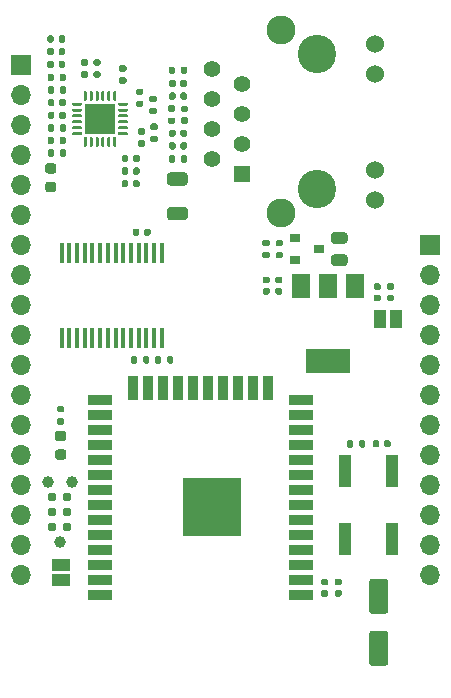
<source format=gbr>
%TF.GenerationSoftware,KiCad,Pcbnew,(5.1.10-1-10_14)*%
%TF.CreationDate,2022-02-26T18:00:52+01:00*%
%TF.ProjectId,esp-expander,6573702d-6578-4706-916e-6465722e6b69,rev?*%
%TF.SameCoordinates,Original*%
%TF.FileFunction,Soldermask,Top*%
%TF.FilePolarity,Negative*%
%FSLAX46Y46*%
G04 Gerber Fmt 4.6, Leading zero omitted, Abs format (unit mm)*
G04 Created by KiCad (PCBNEW (5.1.10-1-10_14)) date 2022-02-26 18:00:52*
%MOMM*%
%LPD*%
G01*
G04 APERTURE LIST*
%ADD10C,0.990600*%
%ADD11C,0.787400*%
%ADD12R,1.398000X1.398000*%
%ADD13C,1.398000*%
%ADD14C,1.530000*%
%ADD15C,2.445000*%
%ADD16C,3.250000*%
%ADD17R,1.500000X1.000000*%
%ADD18R,0.900000X0.800000*%
%ADD19R,5.000000X5.000000*%
%ADD20R,2.000000X0.900000*%
%ADD21R,0.900000X2.000000*%
%ADD22R,3.800000X2.000000*%
%ADD23R,1.500000X2.000000*%
%ADD24R,0.450000X1.750000*%
%ADD25R,2.600000X2.600000*%
%ADD26R,1.000000X2.750000*%
%ADD27R,1.000000X1.500000*%
%ADD28R,1.700000X1.700000*%
%ADD29O,1.700000X1.700000*%
G04 APERTURE END LIST*
%TO.C,C1*%
G36*
G01*
X110055000Y-100373000D02*
X110055000Y-100033000D01*
G75*
G02*
X110195000Y-99893000I140000J0D01*
G01*
X110475000Y-99893000D01*
G75*
G02*
X110615000Y-100033000I0J-140000D01*
G01*
X110615000Y-100373000D01*
G75*
G02*
X110475000Y-100513000I-140000J0D01*
G01*
X110195000Y-100513000D01*
G75*
G02*
X110055000Y-100373000I0J140000D01*
G01*
G37*
G36*
G01*
X109095000Y-100373000D02*
X109095000Y-100033000D01*
G75*
G02*
X109235000Y-99893000I140000J0D01*
G01*
X109515000Y-99893000D01*
G75*
G02*
X109655000Y-100033000I0J-140000D01*
G01*
X109655000Y-100373000D01*
G75*
G02*
X109515000Y-100513000I-140000J0D01*
G01*
X109235000Y-100513000D01*
G75*
G02*
X109095000Y-100373000I0J140000D01*
G01*
G37*
%TD*%
%TO.C,C2*%
G36*
G01*
X106002000Y-112595000D02*
X106342000Y-112595000D01*
G75*
G02*
X106482000Y-112735000I0J-140000D01*
G01*
X106482000Y-113015000D01*
G75*
G02*
X106342000Y-113155000I-140000J0D01*
G01*
X106002000Y-113155000D01*
G75*
G02*
X105862000Y-113015000I0J140000D01*
G01*
X105862000Y-112735000D01*
G75*
G02*
X106002000Y-112595000I140000J0D01*
G01*
G37*
G36*
G01*
X106002000Y-111635000D02*
X106342000Y-111635000D01*
G75*
G02*
X106482000Y-111775000I0J-140000D01*
G01*
X106482000Y-112055000D01*
G75*
G02*
X106342000Y-112195000I-140000J0D01*
G01*
X106002000Y-112195000D01*
G75*
G02*
X105862000Y-112055000I0J140000D01*
G01*
X105862000Y-111775000D01*
G75*
G02*
X106002000Y-111635000I140000J0D01*
G01*
G37*
%TD*%
%TO.C,C3*%
G36*
G01*
X104859000Y-111635000D02*
X105199000Y-111635000D01*
G75*
G02*
X105339000Y-111775000I0J-140000D01*
G01*
X105339000Y-112055000D01*
G75*
G02*
X105199000Y-112195000I-140000J0D01*
G01*
X104859000Y-112195000D01*
G75*
G02*
X104719000Y-112055000I0J140000D01*
G01*
X104719000Y-111775000D01*
G75*
G02*
X104859000Y-111635000I140000J0D01*
G01*
G37*
G36*
G01*
X104859000Y-112595000D02*
X105199000Y-112595000D01*
G75*
G02*
X105339000Y-112735000I0J-140000D01*
G01*
X105339000Y-113015000D01*
G75*
G02*
X105199000Y-113155000I-140000J0D01*
G01*
X104859000Y-113155000D01*
G75*
G02*
X104719000Y-113015000I0J140000D01*
G01*
X104719000Y-112735000D01*
G75*
G02*
X104859000Y-112595000I140000J0D01*
G01*
G37*
%TD*%
%TO.C,C5*%
G36*
G01*
X99906000Y-87017200D02*
X100246000Y-87017200D01*
G75*
G02*
X100386000Y-87157200I0J-140000D01*
G01*
X100386000Y-87437200D01*
G75*
G02*
X100246000Y-87577200I-140000J0D01*
G01*
X99906000Y-87577200D01*
G75*
G02*
X99766000Y-87437200I0J140000D01*
G01*
X99766000Y-87157200D01*
G75*
G02*
X99906000Y-87017200I140000J0D01*
G01*
G37*
G36*
G01*
X99906000Y-86057200D02*
X100246000Y-86057200D01*
G75*
G02*
X100386000Y-86197200I0J-140000D01*
G01*
X100386000Y-86477200D01*
G75*
G02*
X100246000Y-86617200I-140000J0D01*
G01*
X99906000Y-86617200D01*
G75*
G02*
X99766000Y-86477200I0J140000D01*
G01*
X99766000Y-86197200D01*
G75*
G02*
X99906000Y-86057200I140000J0D01*
G01*
G37*
%TD*%
%TO.C,C6*%
G36*
G01*
X100972800Y-86057200D02*
X101312800Y-86057200D01*
G75*
G02*
X101452800Y-86197200I0J-140000D01*
G01*
X101452800Y-86477200D01*
G75*
G02*
X101312800Y-86617200I-140000J0D01*
G01*
X100972800Y-86617200D01*
G75*
G02*
X100832800Y-86477200I0J140000D01*
G01*
X100832800Y-86197200D01*
G75*
G02*
X100972800Y-86057200I140000J0D01*
G01*
G37*
G36*
G01*
X100972800Y-87017200D02*
X101312800Y-87017200D01*
G75*
G02*
X101452800Y-87157200I0J-140000D01*
G01*
X101452800Y-87437200D01*
G75*
G02*
X101312800Y-87577200I-140000J0D01*
G01*
X100972800Y-87577200D01*
G75*
G02*
X100832800Y-87437200I0J140000D01*
G01*
X100832800Y-87157200D01*
G75*
G02*
X100972800Y-87017200I140000J0D01*
G01*
G37*
%TD*%
%TO.C,C7*%
G36*
G01*
X109644000Y-88136000D02*
X109304000Y-88136000D01*
G75*
G02*
X109164000Y-87996000I0J140000D01*
G01*
X109164000Y-87716000D01*
G75*
G02*
X109304000Y-87576000I140000J0D01*
G01*
X109644000Y-87576000D01*
G75*
G02*
X109784000Y-87716000I0J-140000D01*
G01*
X109784000Y-87996000D01*
G75*
G02*
X109644000Y-88136000I-140000J0D01*
G01*
G37*
G36*
G01*
X109644000Y-87176000D02*
X109304000Y-87176000D01*
G75*
G02*
X109164000Y-87036000I0J140000D01*
G01*
X109164000Y-86756000D01*
G75*
G02*
X109304000Y-86616000I140000J0D01*
G01*
X109644000Y-86616000D01*
G75*
G02*
X109784000Y-86756000I0J-140000D01*
G01*
X109784000Y-87036000D01*
G75*
G02*
X109644000Y-87176000I-140000J0D01*
G01*
G37*
%TD*%
%TO.C,C8*%
G36*
G01*
X110761600Y-87176000D02*
X110421600Y-87176000D01*
G75*
G02*
X110281600Y-87036000I0J140000D01*
G01*
X110281600Y-86756000D01*
G75*
G02*
X110421600Y-86616000I140000J0D01*
G01*
X110761600Y-86616000D01*
G75*
G02*
X110901600Y-86756000I0J-140000D01*
G01*
X110901600Y-87036000D01*
G75*
G02*
X110761600Y-87176000I-140000J0D01*
G01*
G37*
G36*
G01*
X110761600Y-88136000D02*
X110421600Y-88136000D01*
G75*
G02*
X110281600Y-87996000I0J140000D01*
G01*
X110281600Y-87716000D01*
G75*
G02*
X110421600Y-87576000I140000J0D01*
G01*
X110761600Y-87576000D01*
G75*
G02*
X110901600Y-87716000I0J-140000D01*
G01*
X110901600Y-87996000D01*
G75*
G02*
X110761600Y-88136000I-140000J0D01*
G01*
G37*
%TD*%
%TO.C,C9*%
G36*
G01*
X88775000Y-82466000D02*
X88775000Y-82126000D01*
G75*
G02*
X88915000Y-81986000I140000J0D01*
G01*
X89195000Y-81986000D01*
G75*
G02*
X89335000Y-82126000I0J-140000D01*
G01*
X89335000Y-82466000D01*
G75*
G02*
X89195000Y-82606000I-140000J0D01*
G01*
X88915000Y-82606000D01*
G75*
G02*
X88775000Y-82466000I0J140000D01*
G01*
G37*
G36*
G01*
X89735000Y-82466000D02*
X89735000Y-82126000D01*
G75*
G02*
X89875000Y-81986000I140000J0D01*
G01*
X90155000Y-81986000D01*
G75*
G02*
X90295000Y-82126000I0J-140000D01*
G01*
X90295000Y-82466000D01*
G75*
G02*
X90155000Y-82606000I-140000J0D01*
G01*
X89875000Y-82606000D01*
G75*
G02*
X89735000Y-82466000I0J140000D01*
G01*
G37*
%TD*%
%TO.C,C10*%
G36*
G01*
X82546800Y-71493200D02*
X82546800Y-71153200D01*
G75*
G02*
X82686800Y-71013200I140000J0D01*
G01*
X82966800Y-71013200D01*
G75*
G02*
X83106800Y-71153200I0J-140000D01*
G01*
X83106800Y-71493200D01*
G75*
G02*
X82966800Y-71633200I-140000J0D01*
G01*
X82686800Y-71633200D01*
G75*
G02*
X82546800Y-71493200I0J140000D01*
G01*
G37*
G36*
G01*
X81586800Y-71493200D02*
X81586800Y-71153200D01*
G75*
G02*
X81726800Y-71013200I140000J0D01*
G01*
X82006800Y-71013200D01*
G75*
G02*
X82146800Y-71153200I0J-140000D01*
G01*
X82146800Y-71493200D01*
G75*
G02*
X82006800Y-71633200I-140000J0D01*
G01*
X81726800Y-71633200D01*
G75*
G02*
X81586800Y-71493200I0J140000D01*
G01*
G37*
%TD*%
%TO.C,C11*%
G36*
G01*
X81586800Y-72560000D02*
X81586800Y-72220000D01*
G75*
G02*
X81726800Y-72080000I140000J0D01*
G01*
X82006800Y-72080000D01*
G75*
G02*
X82146800Y-72220000I0J-140000D01*
G01*
X82146800Y-72560000D01*
G75*
G02*
X82006800Y-72700000I-140000J0D01*
G01*
X81726800Y-72700000D01*
G75*
G02*
X81586800Y-72560000I0J140000D01*
G01*
G37*
G36*
G01*
X82546800Y-72560000D02*
X82546800Y-72220000D01*
G75*
G02*
X82686800Y-72080000I140000J0D01*
G01*
X82966800Y-72080000D01*
G75*
G02*
X83106800Y-72220000I0J-140000D01*
G01*
X83106800Y-72560000D01*
G75*
G02*
X82966800Y-72700000I-140000J0D01*
G01*
X82686800Y-72700000D01*
G75*
G02*
X82546800Y-72560000I0J140000D01*
G01*
G37*
%TD*%
%TO.C,C12*%
G36*
G01*
X82096000Y-67902000D02*
X82096000Y-68242000D01*
G75*
G02*
X81956000Y-68382000I-140000J0D01*
G01*
X81676000Y-68382000D01*
G75*
G02*
X81536000Y-68242000I0J140000D01*
G01*
X81536000Y-67902000D01*
G75*
G02*
X81676000Y-67762000I140000J0D01*
G01*
X81956000Y-67762000D01*
G75*
G02*
X82096000Y-67902000I0J-140000D01*
G01*
G37*
G36*
G01*
X83056000Y-67902000D02*
X83056000Y-68242000D01*
G75*
G02*
X82916000Y-68382000I-140000J0D01*
G01*
X82636000Y-68382000D01*
G75*
G02*
X82496000Y-68242000I0J140000D01*
G01*
X82496000Y-67902000D01*
G75*
G02*
X82636000Y-67762000I140000J0D01*
G01*
X82916000Y-67762000D01*
G75*
G02*
X83056000Y-67902000I0J-140000D01*
G01*
G37*
%TD*%
%TO.C,C13*%
G36*
G01*
X83056000Y-66835200D02*
X83056000Y-67175200D01*
G75*
G02*
X82916000Y-67315200I-140000J0D01*
G01*
X82636000Y-67315200D01*
G75*
G02*
X82496000Y-67175200I0J140000D01*
G01*
X82496000Y-66835200D01*
G75*
G02*
X82636000Y-66695200I140000J0D01*
G01*
X82916000Y-66695200D01*
G75*
G02*
X83056000Y-66835200I0J-140000D01*
G01*
G37*
G36*
G01*
X82096000Y-66835200D02*
X82096000Y-67175200D01*
G75*
G02*
X81956000Y-67315200I-140000J0D01*
G01*
X81676000Y-67315200D01*
G75*
G02*
X81536000Y-67175200I0J140000D01*
G01*
X81536000Y-66835200D01*
G75*
G02*
X81676000Y-66695200I140000J0D01*
G01*
X81956000Y-66695200D01*
G75*
G02*
X82096000Y-66835200I0J-140000D01*
G01*
G37*
%TD*%
%TO.C,C14*%
G36*
G01*
X82096000Y-65768400D02*
X82096000Y-66108400D01*
G75*
G02*
X81956000Y-66248400I-140000J0D01*
G01*
X81676000Y-66248400D01*
G75*
G02*
X81536000Y-66108400I0J140000D01*
G01*
X81536000Y-65768400D01*
G75*
G02*
X81676000Y-65628400I140000J0D01*
G01*
X81956000Y-65628400D01*
G75*
G02*
X82096000Y-65768400I0J-140000D01*
G01*
G37*
G36*
G01*
X83056000Y-65768400D02*
X83056000Y-66108400D01*
G75*
G02*
X82916000Y-66248400I-140000J0D01*
G01*
X82636000Y-66248400D01*
G75*
G02*
X82496000Y-66108400I0J140000D01*
G01*
X82496000Y-65768400D01*
G75*
G02*
X82636000Y-65628400I140000J0D01*
G01*
X82916000Y-65628400D01*
G75*
G02*
X83056000Y-65768400I0J-140000D01*
G01*
G37*
%TD*%
%TO.C,C15*%
G36*
G01*
X87835200Y-76217600D02*
X87835200Y-75877600D01*
G75*
G02*
X87975200Y-75737600I140000J0D01*
G01*
X88255200Y-75737600D01*
G75*
G02*
X88395200Y-75877600I0J-140000D01*
G01*
X88395200Y-76217600D01*
G75*
G02*
X88255200Y-76357600I-140000J0D01*
G01*
X87975200Y-76357600D01*
G75*
G02*
X87835200Y-76217600I0J140000D01*
G01*
G37*
G36*
G01*
X88795200Y-76217600D02*
X88795200Y-75877600D01*
G75*
G02*
X88935200Y-75737600I140000J0D01*
G01*
X89215200Y-75737600D01*
G75*
G02*
X89355200Y-75877600I0J-140000D01*
G01*
X89355200Y-76217600D01*
G75*
G02*
X89215200Y-76357600I-140000J0D01*
G01*
X88935200Y-76357600D01*
G75*
G02*
X88795200Y-76217600I0J140000D01*
G01*
G37*
%TD*%
%TO.C,C16*%
G36*
G01*
X88795200Y-77284400D02*
X88795200Y-76944400D01*
G75*
G02*
X88935200Y-76804400I140000J0D01*
G01*
X89215200Y-76804400D01*
G75*
G02*
X89355200Y-76944400I0J-140000D01*
G01*
X89355200Y-77284400D01*
G75*
G02*
X89215200Y-77424400I-140000J0D01*
G01*
X88935200Y-77424400D01*
G75*
G02*
X88795200Y-77284400I0J140000D01*
G01*
G37*
G36*
G01*
X87835200Y-77284400D02*
X87835200Y-76944400D01*
G75*
G02*
X87975200Y-76804400I140000J0D01*
G01*
X88255200Y-76804400D01*
G75*
G02*
X88395200Y-76944400I0J-140000D01*
G01*
X88395200Y-77284400D01*
G75*
G02*
X88255200Y-77424400I-140000J0D01*
G01*
X87975200Y-77424400D01*
G75*
G02*
X87835200Y-77284400I0J140000D01*
G01*
G37*
%TD*%
%TO.C,C17*%
G36*
G01*
X87835200Y-78351200D02*
X87835200Y-78011200D01*
G75*
G02*
X87975200Y-77871200I140000J0D01*
G01*
X88255200Y-77871200D01*
G75*
G02*
X88395200Y-78011200I0J-140000D01*
G01*
X88395200Y-78351200D01*
G75*
G02*
X88255200Y-78491200I-140000J0D01*
G01*
X87975200Y-78491200D01*
G75*
G02*
X87835200Y-78351200I0J140000D01*
G01*
G37*
G36*
G01*
X88795200Y-78351200D02*
X88795200Y-78011200D01*
G75*
G02*
X88935200Y-77871200I140000J0D01*
G01*
X89215200Y-77871200D01*
G75*
G02*
X89355200Y-78011200I0J-140000D01*
G01*
X89355200Y-78351200D01*
G75*
G02*
X89215200Y-78491200I-140000J0D01*
G01*
X88935200Y-78491200D01*
G75*
G02*
X88795200Y-78351200I0J140000D01*
G01*
G37*
%TD*%
%TO.C,C18*%
G36*
G01*
X91848400Y-70934400D02*
X91848400Y-70594400D01*
G75*
G02*
X91988400Y-70454400I140000J0D01*
G01*
X92268400Y-70454400D01*
G75*
G02*
X92408400Y-70594400I0J-140000D01*
G01*
X92408400Y-70934400D01*
G75*
G02*
X92268400Y-71074400I-140000J0D01*
G01*
X91988400Y-71074400D01*
G75*
G02*
X91848400Y-70934400I0J140000D01*
G01*
G37*
G36*
G01*
X92808400Y-70934400D02*
X92808400Y-70594400D01*
G75*
G02*
X92948400Y-70454400I140000J0D01*
G01*
X93228400Y-70454400D01*
G75*
G02*
X93368400Y-70594400I0J-140000D01*
G01*
X93368400Y-70934400D01*
G75*
G02*
X93228400Y-71074400I-140000J0D01*
G01*
X92948400Y-71074400D01*
G75*
G02*
X92808400Y-70934400I0J140000D01*
G01*
G37*
%TD*%
%TO.C,C19*%
G36*
G01*
X92808400Y-69867600D02*
X92808400Y-69527600D01*
G75*
G02*
X92948400Y-69387600I140000J0D01*
G01*
X93228400Y-69387600D01*
G75*
G02*
X93368400Y-69527600I0J-140000D01*
G01*
X93368400Y-69867600D01*
G75*
G02*
X93228400Y-70007600I-140000J0D01*
G01*
X92948400Y-70007600D01*
G75*
G02*
X92808400Y-69867600I0J140000D01*
G01*
G37*
G36*
G01*
X91848400Y-69867600D02*
X91848400Y-69527600D01*
G75*
G02*
X91988400Y-69387600I140000J0D01*
G01*
X92268400Y-69387600D01*
G75*
G02*
X92408400Y-69527600I0J-140000D01*
G01*
X92408400Y-69867600D01*
G75*
G02*
X92268400Y-70007600I-140000J0D01*
G01*
X91988400Y-70007600D01*
G75*
G02*
X91848400Y-69867600I0J140000D01*
G01*
G37*
%TD*%
%TO.C,C20*%
G36*
G01*
X91848400Y-75150800D02*
X91848400Y-74810800D01*
G75*
G02*
X91988400Y-74670800I140000J0D01*
G01*
X92268400Y-74670800D01*
G75*
G02*
X92408400Y-74810800I0J-140000D01*
G01*
X92408400Y-75150800D01*
G75*
G02*
X92268400Y-75290800I-140000J0D01*
G01*
X91988400Y-75290800D01*
G75*
G02*
X91848400Y-75150800I0J140000D01*
G01*
G37*
G36*
G01*
X92808400Y-75150800D02*
X92808400Y-74810800D01*
G75*
G02*
X92948400Y-74670800I140000J0D01*
G01*
X93228400Y-74670800D01*
G75*
G02*
X93368400Y-74810800I0J-140000D01*
G01*
X93368400Y-75150800D01*
G75*
G02*
X93228400Y-75290800I-140000J0D01*
G01*
X92948400Y-75290800D01*
G75*
G02*
X92808400Y-75150800I0J140000D01*
G01*
G37*
%TD*%
%TO.C,C21*%
G36*
G01*
X92808400Y-74084000D02*
X92808400Y-73744000D01*
G75*
G02*
X92948400Y-73604000I140000J0D01*
G01*
X93228400Y-73604000D01*
G75*
G02*
X93368400Y-73744000I0J-140000D01*
G01*
X93368400Y-74084000D01*
G75*
G02*
X93228400Y-74224000I-140000J0D01*
G01*
X92948400Y-74224000D01*
G75*
G02*
X92808400Y-74084000I0J140000D01*
G01*
G37*
G36*
G01*
X91848400Y-74084000D02*
X91848400Y-73744000D01*
G75*
G02*
X91988400Y-73604000I140000J0D01*
G01*
X92268400Y-73604000D01*
G75*
G02*
X92408400Y-73744000I0J-140000D01*
G01*
X92408400Y-74084000D01*
G75*
G02*
X92268400Y-74224000I-140000J0D01*
G01*
X91988400Y-74224000D01*
G75*
G02*
X91848400Y-74084000I0J140000D01*
G01*
G37*
%TD*%
%TO.C,C22*%
G36*
G01*
X93337200Y-73099200D02*
X92997200Y-73099200D01*
G75*
G02*
X92857200Y-72959200I0J140000D01*
G01*
X92857200Y-72679200D01*
G75*
G02*
X92997200Y-72539200I140000J0D01*
G01*
X93337200Y-72539200D01*
G75*
G02*
X93477200Y-72679200I0J-140000D01*
G01*
X93477200Y-72959200D01*
G75*
G02*
X93337200Y-73099200I-140000J0D01*
G01*
G37*
G36*
G01*
X93337200Y-72139200D02*
X92997200Y-72139200D01*
G75*
G02*
X92857200Y-71999200I0J140000D01*
G01*
X92857200Y-71719200D01*
G75*
G02*
X92997200Y-71579200I140000J0D01*
G01*
X93337200Y-71579200D01*
G75*
G02*
X93477200Y-71719200I0J-140000D01*
G01*
X93477200Y-71999200D01*
G75*
G02*
X93337200Y-72139200I-140000J0D01*
G01*
G37*
%TD*%
%TO.C,F1*%
G36*
G01*
X106729850Y-85143400D02*
X105817350Y-85143400D01*
G75*
G02*
X105573600Y-84899650I0J243750D01*
G01*
X105573600Y-84412150D01*
G75*
G02*
X105817350Y-84168400I243750J0D01*
G01*
X106729850Y-84168400D01*
G75*
G02*
X106973600Y-84412150I0J-243750D01*
G01*
X106973600Y-84899650D01*
G75*
G02*
X106729850Y-85143400I-243750J0D01*
G01*
G37*
G36*
G01*
X106729850Y-83268400D02*
X105817350Y-83268400D01*
G75*
G02*
X105573600Y-83024650I0J243750D01*
G01*
X105573600Y-82537150D01*
G75*
G02*
X105817350Y-82293400I243750J0D01*
G01*
X106729850Y-82293400D01*
G75*
G02*
X106973600Y-82537150I0J-243750D01*
G01*
X106973600Y-83024650D01*
G75*
G02*
X106729850Y-83268400I-243750J0D01*
G01*
G37*
%TD*%
D10*
%TO.C,J1*%
X81586001Y-103459999D03*
X83618001Y-103459999D03*
X82602001Y-108539999D03*
D11*
X83237001Y-107269999D03*
X81967001Y-107269999D03*
X83237001Y-105999999D03*
X81967001Y-105999999D03*
X83237001Y-104729999D03*
X81967001Y-104729999D03*
%TD*%
D12*
%TO.C,J2*%
X98044000Y-77398800D03*
D13*
X95504000Y-76128800D03*
X98044000Y-74858800D03*
X95504000Y-73588800D03*
X98044000Y-72318800D03*
X95504000Y-71048800D03*
X98044000Y-69778800D03*
X95504000Y-68508800D03*
D14*
X109294000Y-79573800D03*
X109294000Y-77033800D03*
X109294000Y-66323800D03*
X109294000Y-68863800D03*
D15*
X101344000Y-80693800D03*
X101344000Y-65203800D03*
D16*
X104394000Y-67233800D03*
X104394000Y-78663800D03*
%TD*%
D17*
%TO.C,JP1*%
X82677000Y-111775000D03*
X82677000Y-110475000D03*
%TD*%
%TO.C,L1*%
G36*
G01*
X82095050Y-78898200D02*
X81582550Y-78898200D01*
G75*
G02*
X81363800Y-78679450I0J218750D01*
G01*
X81363800Y-78241950D01*
G75*
G02*
X81582550Y-78023200I218750J0D01*
G01*
X82095050Y-78023200D01*
G75*
G02*
X82313800Y-78241950I0J-218750D01*
G01*
X82313800Y-78679450D01*
G75*
G02*
X82095050Y-78898200I-218750J0D01*
G01*
G37*
G36*
G01*
X82095050Y-77323200D02*
X81582550Y-77323200D01*
G75*
G02*
X81363800Y-77104450I0J218750D01*
G01*
X81363800Y-76666950D01*
G75*
G02*
X81582550Y-76448200I218750J0D01*
G01*
X82095050Y-76448200D01*
G75*
G02*
X82313800Y-76666950I0J-218750D01*
G01*
X82313800Y-77104450D01*
G75*
G02*
X82095050Y-77323200I-218750J0D01*
G01*
G37*
%TD*%
D18*
%TO.C,Q1*%
X102530400Y-82768400D03*
X102530400Y-84668400D03*
X104530400Y-83718400D03*
%TD*%
%TO.C,R1*%
G36*
G01*
X82492000Y-98030000D02*
X82862000Y-98030000D01*
G75*
G02*
X82997000Y-98165000I0J-135000D01*
G01*
X82997000Y-98435000D01*
G75*
G02*
X82862000Y-98570000I-135000J0D01*
G01*
X82492000Y-98570000D01*
G75*
G02*
X82357000Y-98435000I0J135000D01*
G01*
X82357000Y-98165000D01*
G75*
G02*
X82492000Y-98030000I135000J0D01*
G01*
G37*
G36*
G01*
X82492000Y-97010000D02*
X82862000Y-97010000D01*
G75*
G02*
X82997000Y-97145000I0J-135000D01*
G01*
X82997000Y-97415000D01*
G75*
G02*
X82862000Y-97550000I-135000J0D01*
G01*
X82492000Y-97550000D01*
G75*
G02*
X82357000Y-97415000I0J135000D01*
G01*
X82357000Y-97145000D01*
G75*
G02*
X82492000Y-97010000I135000J0D01*
G01*
G37*
%TD*%
%TO.C,R2*%
G36*
G01*
X106916000Y-100388000D02*
X106916000Y-100018000D01*
G75*
G02*
X107051000Y-99883000I135000J0D01*
G01*
X107321000Y-99883000D01*
G75*
G02*
X107456000Y-100018000I0J-135000D01*
G01*
X107456000Y-100388000D01*
G75*
G02*
X107321000Y-100523000I-135000J0D01*
G01*
X107051000Y-100523000D01*
G75*
G02*
X106916000Y-100388000I0J135000D01*
G01*
G37*
G36*
G01*
X107936000Y-100388000D02*
X107936000Y-100018000D01*
G75*
G02*
X108071000Y-99883000I135000J0D01*
G01*
X108341000Y-99883000D01*
G75*
G02*
X108476000Y-100018000I0J-135000D01*
G01*
X108476000Y-100388000D01*
G75*
G02*
X108341000Y-100523000I-135000J0D01*
G01*
X108071000Y-100523000D01*
G75*
G02*
X107936000Y-100388000I0J135000D01*
G01*
G37*
%TD*%
%TO.C,R3*%
G36*
G01*
X89648000Y-93276000D02*
X89648000Y-92906000D01*
G75*
G02*
X89783000Y-92771000I135000J0D01*
G01*
X90053000Y-92771000D01*
G75*
G02*
X90188000Y-92906000I0J-135000D01*
G01*
X90188000Y-93276000D01*
G75*
G02*
X90053000Y-93411000I-135000J0D01*
G01*
X89783000Y-93411000D01*
G75*
G02*
X89648000Y-93276000I0J135000D01*
G01*
G37*
G36*
G01*
X88628000Y-93276000D02*
X88628000Y-92906000D01*
G75*
G02*
X88763000Y-92771000I135000J0D01*
G01*
X89033000Y-92771000D01*
G75*
G02*
X89168000Y-92906000I0J-135000D01*
G01*
X89168000Y-93276000D01*
G75*
G02*
X89033000Y-93411000I-135000J0D01*
G01*
X88763000Y-93411000D01*
G75*
G02*
X88628000Y-93276000I0J135000D01*
G01*
G37*
%TD*%
%TO.C,R4*%
G36*
G01*
X92220000Y-92906000D02*
X92220000Y-93276000D01*
G75*
G02*
X92085000Y-93411000I-135000J0D01*
G01*
X91815000Y-93411000D01*
G75*
G02*
X91680000Y-93276000I0J135000D01*
G01*
X91680000Y-92906000D01*
G75*
G02*
X91815000Y-92771000I135000J0D01*
G01*
X92085000Y-92771000D01*
G75*
G02*
X92220000Y-92906000I0J-135000D01*
G01*
G37*
G36*
G01*
X91200000Y-92906000D02*
X91200000Y-93276000D01*
G75*
G02*
X91065000Y-93411000I-135000J0D01*
G01*
X90795000Y-93411000D01*
G75*
G02*
X90660000Y-93276000I0J135000D01*
G01*
X90660000Y-92906000D01*
G75*
G02*
X90795000Y-92771000I135000J0D01*
G01*
X91065000Y-92771000D01*
G75*
G02*
X91200000Y-92906000I0J-135000D01*
G01*
G37*
%TD*%
%TO.C,R5*%
G36*
G01*
X99891000Y-82938400D02*
X100261000Y-82938400D01*
G75*
G02*
X100396000Y-83073400I0J-135000D01*
G01*
X100396000Y-83343400D01*
G75*
G02*
X100261000Y-83478400I-135000J0D01*
G01*
X99891000Y-83478400D01*
G75*
G02*
X99756000Y-83343400I0J135000D01*
G01*
X99756000Y-83073400D01*
G75*
G02*
X99891000Y-82938400I135000J0D01*
G01*
G37*
G36*
G01*
X99891000Y-83958400D02*
X100261000Y-83958400D01*
G75*
G02*
X100396000Y-84093400I0J-135000D01*
G01*
X100396000Y-84363400D01*
G75*
G02*
X100261000Y-84498400I-135000J0D01*
G01*
X99891000Y-84498400D01*
G75*
G02*
X99756000Y-84363400I0J135000D01*
G01*
X99756000Y-84093400D01*
G75*
G02*
X99891000Y-83958400I135000J0D01*
G01*
G37*
%TD*%
%TO.C,R6*%
G36*
G01*
X101378600Y-83478400D02*
X101008600Y-83478400D01*
G75*
G02*
X100873600Y-83343400I0J135000D01*
G01*
X100873600Y-83073400D01*
G75*
G02*
X101008600Y-82938400I135000J0D01*
G01*
X101378600Y-82938400D01*
G75*
G02*
X101513600Y-83073400I0J-135000D01*
G01*
X101513600Y-83343400D01*
G75*
G02*
X101378600Y-83478400I-135000J0D01*
G01*
G37*
G36*
G01*
X101378600Y-84498400D02*
X101008600Y-84498400D01*
G75*
G02*
X100873600Y-84363400I0J135000D01*
G01*
X100873600Y-84093400D01*
G75*
G02*
X101008600Y-83958400I135000J0D01*
G01*
X101378600Y-83958400D01*
G75*
G02*
X101513600Y-84093400I0J-135000D01*
G01*
X101513600Y-84363400D01*
G75*
G02*
X101378600Y-84498400I-135000J0D01*
G01*
G37*
%TD*%
%TO.C,R7*%
G36*
G01*
X83126800Y-70071400D02*
X83126800Y-70441400D01*
G75*
G02*
X82991800Y-70576400I-135000J0D01*
G01*
X82721800Y-70576400D01*
G75*
G02*
X82586800Y-70441400I0J135000D01*
G01*
X82586800Y-70071400D01*
G75*
G02*
X82721800Y-69936400I135000J0D01*
G01*
X82991800Y-69936400D01*
G75*
G02*
X83126800Y-70071400I0J-135000D01*
G01*
G37*
G36*
G01*
X82106800Y-70071400D02*
X82106800Y-70441400D01*
G75*
G02*
X81971800Y-70576400I-135000J0D01*
G01*
X81701800Y-70576400D01*
G75*
G02*
X81566800Y-70441400I0J135000D01*
G01*
X81566800Y-70071400D01*
G75*
G02*
X81701800Y-69936400I135000J0D01*
G01*
X81971800Y-69936400D01*
G75*
G02*
X82106800Y-70071400I0J-135000D01*
G01*
G37*
%TD*%
%TO.C,R8*%
G36*
G01*
X82106800Y-69004600D02*
X82106800Y-69374600D01*
G75*
G02*
X81971800Y-69509600I-135000J0D01*
G01*
X81701800Y-69509600D01*
G75*
G02*
X81566800Y-69374600I0J135000D01*
G01*
X81566800Y-69004600D01*
G75*
G02*
X81701800Y-68869600I135000J0D01*
G01*
X81971800Y-68869600D01*
G75*
G02*
X82106800Y-69004600I0J-135000D01*
G01*
G37*
G36*
G01*
X83126800Y-69004600D02*
X83126800Y-69374600D01*
G75*
G02*
X82991800Y-69509600I-135000J0D01*
G01*
X82721800Y-69509600D01*
G75*
G02*
X82586800Y-69374600I0J135000D01*
G01*
X82586800Y-69004600D01*
G75*
G02*
X82721800Y-68869600I135000J0D01*
G01*
X82991800Y-68869600D01*
G75*
G02*
X83126800Y-69004600I0J-135000D01*
G01*
G37*
%TD*%
%TO.C,R9*%
G36*
G01*
X83126800Y-73271800D02*
X83126800Y-73641800D01*
G75*
G02*
X82991800Y-73776800I-135000J0D01*
G01*
X82721800Y-73776800D01*
G75*
G02*
X82586800Y-73641800I0J135000D01*
G01*
X82586800Y-73271800D01*
G75*
G02*
X82721800Y-73136800I135000J0D01*
G01*
X82991800Y-73136800D01*
G75*
G02*
X83126800Y-73271800I0J-135000D01*
G01*
G37*
G36*
G01*
X82106800Y-73271800D02*
X82106800Y-73641800D01*
G75*
G02*
X81971800Y-73776800I-135000J0D01*
G01*
X81701800Y-73776800D01*
G75*
G02*
X81566800Y-73641800I0J135000D01*
G01*
X81566800Y-73271800D01*
G75*
G02*
X81701800Y-73136800I135000J0D01*
G01*
X81971800Y-73136800D01*
G75*
G02*
X82106800Y-73271800I0J-135000D01*
G01*
G37*
%TD*%
%TO.C,R10*%
G36*
G01*
X82106800Y-74338600D02*
X82106800Y-74708600D01*
G75*
G02*
X81971800Y-74843600I-135000J0D01*
G01*
X81701800Y-74843600D01*
G75*
G02*
X81566800Y-74708600I0J135000D01*
G01*
X81566800Y-74338600D01*
G75*
G02*
X81701800Y-74203600I135000J0D01*
G01*
X81971800Y-74203600D01*
G75*
G02*
X82106800Y-74338600I0J-135000D01*
G01*
G37*
G36*
G01*
X83126800Y-74338600D02*
X83126800Y-74708600D01*
G75*
G02*
X82991800Y-74843600I-135000J0D01*
G01*
X82721800Y-74843600D01*
G75*
G02*
X82586800Y-74708600I0J135000D01*
G01*
X82586800Y-74338600D01*
G75*
G02*
X82721800Y-74203600I135000J0D01*
G01*
X82991800Y-74203600D01*
G75*
G02*
X83126800Y-74338600I0J-135000D01*
G01*
G37*
%TD*%
%TO.C,R11*%
G36*
G01*
X81566800Y-75775400D02*
X81566800Y-75405400D01*
G75*
G02*
X81701800Y-75270400I135000J0D01*
G01*
X81971800Y-75270400D01*
G75*
G02*
X82106800Y-75405400I0J-135000D01*
G01*
X82106800Y-75775400D01*
G75*
G02*
X81971800Y-75910400I-135000J0D01*
G01*
X81701800Y-75910400D01*
G75*
G02*
X81566800Y-75775400I0J135000D01*
G01*
G37*
G36*
G01*
X82586800Y-75775400D02*
X82586800Y-75405400D01*
G75*
G02*
X82721800Y-75270400I135000J0D01*
G01*
X82991800Y-75270400D01*
G75*
G02*
X83126800Y-75405400I0J-135000D01*
G01*
X83126800Y-75775400D01*
G75*
G02*
X82991800Y-75910400I-135000J0D01*
G01*
X82721800Y-75910400D01*
G75*
G02*
X82586800Y-75775400I0J135000D01*
G01*
G37*
%TD*%
%TO.C,R12*%
G36*
G01*
X85935400Y-69207600D02*
X85565400Y-69207600D01*
G75*
G02*
X85430400Y-69072600I0J135000D01*
G01*
X85430400Y-68802600D01*
G75*
G02*
X85565400Y-68667600I135000J0D01*
G01*
X85935400Y-68667600D01*
G75*
G02*
X86070400Y-68802600I0J-135000D01*
G01*
X86070400Y-69072600D01*
G75*
G02*
X85935400Y-69207600I-135000J0D01*
G01*
G37*
G36*
G01*
X85935400Y-68187600D02*
X85565400Y-68187600D01*
G75*
G02*
X85430400Y-68052600I0J135000D01*
G01*
X85430400Y-67782600D01*
G75*
G02*
X85565400Y-67647600I135000J0D01*
G01*
X85935400Y-67647600D01*
G75*
G02*
X86070400Y-67782600I0J-135000D01*
G01*
X86070400Y-68052600D01*
G75*
G02*
X85935400Y-68187600I-135000J0D01*
G01*
G37*
%TD*%
%TO.C,R13*%
G36*
G01*
X84868600Y-68187600D02*
X84498600Y-68187600D01*
G75*
G02*
X84363600Y-68052600I0J135000D01*
G01*
X84363600Y-67782600D01*
G75*
G02*
X84498600Y-67647600I135000J0D01*
G01*
X84868600Y-67647600D01*
G75*
G02*
X85003600Y-67782600I0J-135000D01*
G01*
X85003600Y-68052600D01*
G75*
G02*
X84868600Y-68187600I-135000J0D01*
G01*
G37*
G36*
G01*
X84868600Y-69207600D02*
X84498600Y-69207600D01*
G75*
G02*
X84363600Y-69072600I0J135000D01*
G01*
X84363600Y-68802600D01*
G75*
G02*
X84498600Y-68667600I135000J0D01*
G01*
X84868600Y-68667600D01*
G75*
G02*
X85003600Y-68802600I0J-135000D01*
G01*
X85003600Y-69072600D01*
G75*
G02*
X84868600Y-69207600I-135000J0D01*
G01*
G37*
%TD*%
%TO.C,R14*%
G36*
G01*
X88119800Y-69715600D02*
X87749800Y-69715600D01*
G75*
G02*
X87614800Y-69580600I0J135000D01*
G01*
X87614800Y-69310600D01*
G75*
G02*
X87749800Y-69175600I135000J0D01*
G01*
X88119800Y-69175600D01*
G75*
G02*
X88254800Y-69310600I0J-135000D01*
G01*
X88254800Y-69580600D01*
G75*
G02*
X88119800Y-69715600I-135000J0D01*
G01*
G37*
G36*
G01*
X88119800Y-68695600D02*
X87749800Y-68695600D01*
G75*
G02*
X87614800Y-68560600I0J135000D01*
G01*
X87614800Y-68290600D01*
G75*
G02*
X87749800Y-68155600I135000J0D01*
G01*
X88119800Y-68155600D01*
G75*
G02*
X88254800Y-68290600I0J-135000D01*
G01*
X88254800Y-68560600D01*
G75*
G02*
X88119800Y-68695600I-135000J0D01*
G01*
G37*
%TD*%
%TO.C,R15*%
G36*
G01*
X90289800Y-71766400D02*
X90659800Y-71766400D01*
G75*
G02*
X90794800Y-71901400I0J-135000D01*
G01*
X90794800Y-72171400D01*
G75*
G02*
X90659800Y-72306400I-135000J0D01*
G01*
X90289800Y-72306400D01*
G75*
G02*
X90154800Y-72171400I0J135000D01*
G01*
X90154800Y-71901400D01*
G75*
G02*
X90289800Y-71766400I135000J0D01*
G01*
G37*
G36*
G01*
X90289800Y-70746400D02*
X90659800Y-70746400D01*
G75*
G02*
X90794800Y-70881400I0J-135000D01*
G01*
X90794800Y-71151400D01*
G75*
G02*
X90659800Y-71286400I-135000J0D01*
G01*
X90289800Y-71286400D01*
G75*
G02*
X90154800Y-71151400I0J135000D01*
G01*
X90154800Y-70881400D01*
G75*
G02*
X90289800Y-70746400I135000J0D01*
G01*
G37*
%TD*%
%TO.C,R16*%
G36*
G01*
X89172200Y-70136800D02*
X89542200Y-70136800D01*
G75*
G02*
X89677200Y-70271800I0J-135000D01*
G01*
X89677200Y-70541800D01*
G75*
G02*
X89542200Y-70676800I-135000J0D01*
G01*
X89172200Y-70676800D01*
G75*
G02*
X89037200Y-70541800I0J135000D01*
G01*
X89037200Y-70271800D01*
G75*
G02*
X89172200Y-70136800I135000J0D01*
G01*
G37*
G36*
G01*
X89172200Y-71156800D02*
X89542200Y-71156800D01*
G75*
G02*
X89677200Y-71291800I0J-135000D01*
G01*
X89677200Y-71561800D01*
G75*
G02*
X89542200Y-71696800I-135000J0D01*
G01*
X89172200Y-71696800D01*
G75*
G02*
X89037200Y-71561800I0J135000D01*
G01*
X89037200Y-71291800D01*
G75*
G02*
X89172200Y-71156800I135000J0D01*
G01*
G37*
%TD*%
%TO.C,R17*%
G36*
G01*
X89694600Y-74029600D02*
X89324600Y-74029600D01*
G75*
G02*
X89189600Y-73894600I0J135000D01*
G01*
X89189600Y-73624600D01*
G75*
G02*
X89324600Y-73489600I135000J0D01*
G01*
X89694600Y-73489600D01*
G75*
G02*
X89829600Y-73624600I0J-135000D01*
G01*
X89829600Y-73894600D01*
G75*
G02*
X89694600Y-74029600I-135000J0D01*
G01*
G37*
G36*
G01*
X89694600Y-75049600D02*
X89324600Y-75049600D01*
G75*
G02*
X89189600Y-74914600I0J135000D01*
G01*
X89189600Y-74644600D01*
G75*
G02*
X89324600Y-74509600I135000J0D01*
G01*
X89694600Y-74509600D01*
G75*
G02*
X89829600Y-74644600I0J-135000D01*
G01*
X89829600Y-74914600D01*
G75*
G02*
X89694600Y-75049600I-135000J0D01*
G01*
G37*
%TD*%
%TO.C,R18*%
G36*
G01*
X90761400Y-74643200D02*
X90391400Y-74643200D01*
G75*
G02*
X90256400Y-74508200I0J135000D01*
G01*
X90256400Y-74238200D01*
G75*
G02*
X90391400Y-74103200I135000J0D01*
G01*
X90761400Y-74103200D01*
G75*
G02*
X90896400Y-74238200I0J-135000D01*
G01*
X90896400Y-74508200D01*
G75*
G02*
X90761400Y-74643200I-135000J0D01*
G01*
G37*
G36*
G01*
X90761400Y-73623200D02*
X90391400Y-73623200D01*
G75*
G02*
X90256400Y-73488200I0J135000D01*
G01*
X90256400Y-73218200D01*
G75*
G02*
X90391400Y-73083200I135000J0D01*
G01*
X90761400Y-73083200D01*
G75*
G02*
X90896400Y-73218200I0J-135000D01*
G01*
X90896400Y-73488200D01*
G75*
G02*
X90761400Y-73623200I-135000J0D01*
G01*
G37*
%TD*%
%TO.C,R19*%
G36*
G01*
X91864600Y-72579200D02*
X92234600Y-72579200D01*
G75*
G02*
X92369600Y-72714200I0J-135000D01*
G01*
X92369600Y-72984200D01*
G75*
G02*
X92234600Y-73119200I-135000J0D01*
G01*
X91864600Y-73119200D01*
G75*
G02*
X91729600Y-72984200I0J135000D01*
G01*
X91729600Y-72714200D01*
G75*
G02*
X91864600Y-72579200I135000J0D01*
G01*
G37*
G36*
G01*
X91864600Y-71559200D02*
X92234600Y-71559200D01*
G75*
G02*
X92369600Y-71694200I0J-135000D01*
G01*
X92369600Y-71964200D01*
G75*
G02*
X92234600Y-72099200I-135000J0D01*
G01*
X91864600Y-72099200D01*
G75*
G02*
X91729600Y-71964200I0J135000D01*
G01*
X91729600Y-71694200D01*
G75*
G02*
X91864600Y-71559200I135000J0D01*
G01*
G37*
%TD*%
%TO.C,R20*%
G36*
G01*
X93388400Y-75913400D02*
X93388400Y-76283400D01*
G75*
G02*
X93253400Y-76418400I-135000J0D01*
G01*
X92983400Y-76418400D01*
G75*
G02*
X92848400Y-76283400I0J135000D01*
G01*
X92848400Y-75913400D01*
G75*
G02*
X92983400Y-75778400I135000J0D01*
G01*
X93253400Y-75778400D01*
G75*
G02*
X93388400Y-75913400I0J-135000D01*
G01*
G37*
G36*
G01*
X92368400Y-75913400D02*
X92368400Y-76283400D01*
G75*
G02*
X92233400Y-76418400I-135000J0D01*
G01*
X91963400Y-76418400D01*
G75*
G02*
X91828400Y-76283400I0J135000D01*
G01*
X91828400Y-75913400D01*
G75*
G02*
X91963400Y-75778400I135000J0D01*
G01*
X92233400Y-75778400D01*
G75*
G02*
X92368400Y-75913400I0J-135000D01*
G01*
G37*
%TD*%
%TO.C,R21*%
G36*
G01*
X92366400Y-68395000D02*
X92366400Y-68765000D01*
G75*
G02*
X92231400Y-68900000I-135000J0D01*
G01*
X91961400Y-68900000D01*
G75*
G02*
X91826400Y-68765000I0J135000D01*
G01*
X91826400Y-68395000D01*
G75*
G02*
X91961400Y-68260000I135000J0D01*
G01*
X92231400Y-68260000D01*
G75*
G02*
X92366400Y-68395000I0J-135000D01*
G01*
G37*
G36*
G01*
X93386400Y-68395000D02*
X93386400Y-68765000D01*
G75*
G02*
X93251400Y-68900000I-135000J0D01*
G01*
X92981400Y-68900000D01*
G75*
G02*
X92846400Y-68765000I0J135000D01*
G01*
X92846400Y-68395000D01*
G75*
G02*
X92981400Y-68260000I135000J0D01*
G01*
X93251400Y-68260000D01*
G75*
G02*
X93386400Y-68395000I0J-135000D01*
G01*
G37*
%TD*%
%TO.C,R22*%
G36*
G01*
X91932599Y-77223000D02*
X93182601Y-77223000D01*
G75*
G02*
X93432600Y-77472999I0J-249999D01*
G01*
X93432600Y-78098001D01*
G75*
G02*
X93182601Y-78348000I-249999J0D01*
G01*
X91932599Y-78348000D01*
G75*
G02*
X91682600Y-78098001I0J249999D01*
G01*
X91682600Y-77472999D01*
G75*
G02*
X91932599Y-77223000I249999J0D01*
G01*
G37*
G36*
G01*
X91932599Y-80148000D02*
X93182601Y-80148000D01*
G75*
G02*
X93432600Y-80397999I0J-249999D01*
G01*
X93432600Y-81023001D01*
G75*
G02*
X93182601Y-81273000I-249999J0D01*
G01*
X91932599Y-81273000D01*
G75*
G02*
X91682600Y-81023001I0J249999D01*
G01*
X91682600Y-80397999D01*
G75*
G02*
X91932599Y-80148000I249999J0D01*
G01*
G37*
%TD*%
D19*
%TO.C,U1*%
X95513400Y-105530000D03*
D20*
X103013400Y-113030000D03*
X103013400Y-111760000D03*
X103013400Y-110490000D03*
X103013400Y-109220000D03*
X103013400Y-107950000D03*
X103013400Y-106680000D03*
X103013400Y-105410000D03*
X103013400Y-104140000D03*
X103013400Y-102870000D03*
X103013400Y-101600000D03*
X103013400Y-100330000D03*
X103013400Y-99060000D03*
X103013400Y-97790000D03*
X103013400Y-96520000D03*
D21*
X100228400Y-95520000D03*
X98958400Y-95520000D03*
X97688400Y-95520000D03*
X96418400Y-95520000D03*
X95148400Y-95520000D03*
X93878400Y-95520000D03*
X92608400Y-95520000D03*
X91338400Y-95520000D03*
X90068400Y-95520000D03*
X88798400Y-95520000D03*
D20*
X86013400Y-96520000D03*
X86013400Y-97790000D03*
X86013400Y-99060000D03*
X86013400Y-100330000D03*
X86013400Y-101600000D03*
X86013400Y-102870000D03*
X86013400Y-104140000D03*
X86013400Y-105410000D03*
X86013400Y-106680000D03*
X86013400Y-107950000D03*
X86013400Y-109220000D03*
X86013400Y-110490000D03*
X86013400Y-111760000D03*
X86013400Y-113030000D03*
%TD*%
D22*
%TO.C,U2*%
X105308400Y-93167600D03*
D23*
X105308400Y-86867600D03*
X103008400Y-86867600D03*
X107608400Y-86867600D03*
%TD*%
D24*
%TO.C,U3*%
X82770000Y-91230000D03*
X83420000Y-91230000D03*
X84070000Y-91230000D03*
X84720000Y-91230000D03*
X85370000Y-91230000D03*
X86020000Y-91230000D03*
X86670000Y-91230000D03*
X87320000Y-91230000D03*
X87970000Y-91230000D03*
X88620000Y-91230000D03*
X89270000Y-91230000D03*
X89920000Y-91230000D03*
X90570000Y-91230000D03*
X91220000Y-91230000D03*
X91220000Y-84030000D03*
X90570000Y-84030000D03*
X89920000Y-84030000D03*
X89270000Y-84030000D03*
X88620000Y-84030000D03*
X87970000Y-84030000D03*
X87320000Y-84030000D03*
X86670000Y-84030000D03*
X86020000Y-84030000D03*
X85370000Y-84030000D03*
X84720000Y-84030000D03*
X84070000Y-84030000D03*
X83420000Y-84030000D03*
X82770000Y-84030000D03*
%TD*%
%TO.C,U4*%
G36*
G01*
X87191900Y-70344800D02*
X87316900Y-70344800D01*
G75*
G02*
X87379400Y-70407300I0J-62500D01*
G01*
X87379400Y-71107300D01*
G75*
G02*
X87316900Y-71169800I-62500J0D01*
G01*
X87191900Y-71169800D01*
G75*
G02*
X87129400Y-71107300I0J62500D01*
G01*
X87129400Y-70407300D01*
G75*
G02*
X87191900Y-70344800I62500J0D01*
G01*
G37*
G36*
G01*
X86691900Y-70344800D02*
X86816900Y-70344800D01*
G75*
G02*
X86879400Y-70407300I0J-62500D01*
G01*
X86879400Y-71107300D01*
G75*
G02*
X86816900Y-71169800I-62500J0D01*
G01*
X86691900Y-71169800D01*
G75*
G02*
X86629400Y-71107300I0J62500D01*
G01*
X86629400Y-70407300D01*
G75*
G02*
X86691900Y-70344800I62500J0D01*
G01*
G37*
G36*
G01*
X86191900Y-70344800D02*
X86316900Y-70344800D01*
G75*
G02*
X86379400Y-70407300I0J-62500D01*
G01*
X86379400Y-71107300D01*
G75*
G02*
X86316900Y-71169800I-62500J0D01*
G01*
X86191900Y-71169800D01*
G75*
G02*
X86129400Y-71107300I0J62500D01*
G01*
X86129400Y-70407300D01*
G75*
G02*
X86191900Y-70344800I62500J0D01*
G01*
G37*
G36*
G01*
X85691900Y-70344800D02*
X85816900Y-70344800D01*
G75*
G02*
X85879400Y-70407300I0J-62500D01*
G01*
X85879400Y-71107300D01*
G75*
G02*
X85816900Y-71169800I-62500J0D01*
G01*
X85691900Y-71169800D01*
G75*
G02*
X85629400Y-71107300I0J62500D01*
G01*
X85629400Y-70407300D01*
G75*
G02*
X85691900Y-70344800I62500J0D01*
G01*
G37*
G36*
G01*
X85191900Y-70344800D02*
X85316900Y-70344800D01*
G75*
G02*
X85379400Y-70407300I0J-62500D01*
G01*
X85379400Y-71107300D01*
G75*
G02*
X85316900Y-71169800I-62500J0D01*
G01*
X85191900Y-71169800D01*
G75*
G02*
X85129400Y-71107300I0J62500D01*
G01*
X85129400Y-70407300D01*
G75*
G02*
X85191900Y-70344800I62500J0D01*
G01*
G37*
G36*
G01*
X84691900Y-70344800D02*
X84816900Y-70344800D01*
G75*
G02*
X84879400Y-70407300I0J-62500D01*
G01*
X84879400Y-71107300D01*
G75*
G02*
X84816900Y-71169800I-62500J0D01*
G01*
X84691900Y-71169800D01*
G75*
G02*
X84629400Y-71107300I0J62500D01*
G01*
X84629400Y-70407300D01*
G75*
G02*
X84691900Y-70344800I62500J0D01*
G01*
G37*
G36*
G01*
X83716900Y-71319800D02*
X84416900Y-71319800D01*
G75*
G02*
X84479400Y-71382300I0J-62500D01*
G01*
X84479400Y-71507300D01*
G75*
G02*
X84416900Y-71569800I-62500J0D01*
G01*
X83716900Y-71569800D01*
G75*
G02*
X83654400Y-71507300I0J62500D01*
G01*
X83654400Y-71382300D01*
G75*
G02*
X83716900Y-71319800I62500J0D01*
G01*
G37*
G36*
G01*
X83716900Y-71819800D02*
X84416900Y-71819800D01*
G75*
G02*
X84479400Y-71882300I0J-62500D01*
G01*
X84479400Y-72007300D01*
G75*
G02*
X84416900Y-72069800I-62500J0D01*
G01*
X83716900Y-72069800D01*
G75*
G02*
X83654400Y-72007300I0J62500D01*
G01*
X83654400Y-71882300D01*
G75*
G02*
X83716900Y-71819800I62500J0D01*
G01*
G37*
G36*
G01*
X83716900Y-72319800D02*
X84416900Y-72319800D01*
G75*
G02*
X84479400Y-72382300I0J-62500D01*
G01*
X84479400Y-72507300D01*
G75*
G02*
X84416900Y-72569800I-62500J0D01*
G01*
X83716900Y-72569800D01*
G75*
G02*
X83654400Y-72507300I0J62500D01*
G01*
X83654400Y-72382300D01*
G75*
G02*
X83716900Y-72319800I62500J0D01*
G01*
G37*
G36*
G01*
X83716900Y-72819800D02*
X84416900Y-72819800D01*
G75*
G02*
X84479400Y-72882300I0J-62500D01*
G01*
X84479400Y-73007300D01*
G75*
G02*
X84416900Y-73069800I-62500J0D01*
G01*
X83716900Y-73069800D01*
G75*
G02*
X83654400Y-73007300I0J62500D01*
G01*
X83654400Y-72882300D01*
G75*
G02*
X83716900Y-72819800I62500J0D01*
G01*
G37*
G36*
G01*
X83716900Y-73319800D02*
X84416900Y-73319800D01*
G75*
G02*
X84479400Y-73382300I0J-62500D01*
G01*
X84479400Y-73507300D01*
G75*
G02*
X84416900Y-73569800I-62500J0D01*
G01*
X83716900Y-73569800D01*
G75*
G02*
X83654400Y-73507300I0J62500D01*
G01*
X83654400Y-73382300D01*
G75*
G02*
X83716900Y-73319800I62500J0D01*
G01*
G37*
G36*
G01*
X83716900Y-73819800D02*
X84416900Y-73819800D01*
G75*
G02*
X84479400Y-73882300I0J-62500D01*
G01*
X84479400Y-74007300D01*
G75*
G02*
X84416900Y-74069800I-62500J0D01*
G01*
X83716900Y-74069800D01*
G75*
G02*
X83654400Y-74007300I0J62500D01*
G01*
X83654400Y-73882300D01*
G75*
G02*
X83716900Y-73819800I62500J0D01*
G01*
G37*
G36*
G01*
X84691900Y-74219800D02*
X84816900Y-74219800D01*
G75*
G02*
X84879400Y-74282300I0J-62500D01*
G01*
X84879400Y-74982300D01*
G75*
G02*
X84816900Y-75044800I-62500J0D01*
G01*
X84691900Y-75044800D01*
G75*
G02*
X84629400Y-74982300I0J62500D01*
G01*
X84629400Y-74282300D01*
G75*
G02*
X84691900Y-74219800I62500J0D01*
G01*
G37*
G36*
G01*
X85191900Y-74219800D02*
X85316900Y-74219800D01*
G75*
G02*
X85379400Y-74282300I0J-62500D01*
G01*
X85379400Y-74982300D01*
G75*
G02*
X85316900Y-75044800I-62500J0D01*
G01*
X85191900Y-75044800D01*
G75*
G02*
X85129400Y-74982300I0J62500D01*
G01*
X85129400Y-74282300D01*
G75*
G02*
X85191900Y-74219800I62500J0D01*
G01*
G37*
G36*
G01*
X85691900Y-74219800D02*
X85816900Y-74219800D01*
G75*
G02*
X85879400Y-74282300I0J-62500D01*
G01*
X85879400Y-74982300D01*
G75*
G02*
X85816900Y-75044800I-62500J0D01*
G01*
X85691900Y-75044800D01*
G75*
G02*
X85629400Y-74982300I0J62500D01*
G01*
X85629400Y-74282300D01*
G75*
G02*
X85691900Y-74219800I62500J0D01*
G01*
G37*
G36*
G01*
X86191900Y-74219800D02*
X86316900Y-74219800D01*
G75*
G02*
X86379400Y-74282300I0J-62500D01*
G01*
X86379400Y-74982300D01*
G75*
G02*
X86316900Y-75044800I-62500J0D01*
G01*
X86191900Y-75044800D01*
G75*
G02*
X86129400Y-74982300I0J62500D01*
G01*
X86129400Y-74282300D01*
G75*
G02*
X86191900Y-74219800I62500J0D01*
G01*
G37*
G36*
G01*
X86691900Y-74219800D02*
X86816900Y-74219800D01*
G75*
G02*
X86879400Y-74282300I0J-62500D01*
G01*
X86879400Y-74982300D01*
G75*
G02*
X86816900Y-75044800I-62500J0D01*
G01*
X86691900Y-75044800D01*
G75*
G02*
X86629400Y-74982300I0J62500D01*
G01*
X86629400Y-74282300D01*
G75*
G02*
X86691900Y-74219800I62500J0D01*
G01*
G37*
G36*
G01*
X87191900Y-74219800D02*
X87316900Y-74219800D01*
G75*
G02*
X87379400Y-74282300I0J-62500D01*
G01*
X87379400Y-74982300D01*
G75*
G02*
X87316900Y-75044800I-62500J0D01*
G01*
X87191900Y-75044800D01*
G75*
G02*
X87129400Y-74982300I0J62500D01*
G01*
X87129400Y-74282300D01*
G75*
G02*
X87191900Y-74219800I62500J0D01*
G01*
G37*
G36*
G01*
X87591900Y-73819800D02*
X88291900Y-73819800D01*
G75*
G02*
X88354400Y-73882300I0J-62500D01*
G01*
X88354400Y-74007300D01*
G75*
G02*
X88291900Y-74069800I-62500J0D01*
G01*
X87591900Y-74069800D01*
G75*
G02*
X87529400Y-74007300I0J62500D01*
G01*
X87529400Y-73882300D01*
G75*
G02*
X87591900Y-73819800I62500J0D01*
G01*
G37*
G36*
G01*
X87591900Y-73319800D02*
X88291900Y-73319800D01*
G75*
G02*
X88354400Y-73382300I0J-62500D01*
G01*
X88354400Y-73507300D01*
G75*
G02*
X88291900Y-73569800I-62500J0D01*
G01*
X87591900Y-73569800D01*
G75*
G02*
X87529400Y-73507300I0J62500D01*
G01*
X87529400Y-73382300D01*
G75*
G02*
X87591900Y-73319800I62500J0D01*
G01*
G37*
G36*
G01*
X87591900Y-72819800D02*
X88291900Y-72819800D01*
G75*
G02*
X88354400Y-72882300I0J-62500D01*
G01*
X88354400Y-73007300D01*
G75*
G02*
X88291900Y-73069800I-62500J0D01*
G01*
X87591900Y-73069800D01*
G75*
G02*
X87529400Y-73007300I0J62500D01*
G01*
X87529400Y-72882300D01*
G75*
G02*
X87591900Y-72819800I62500J0D01*
G01*
G37*
G36*
G01*
X87591900Y-72319800D02*
X88291900Y-72319800D01*
G75*
G02*
X88354400Y-72382300I0J-62500D01*
G01*
X88354400Y-72507300D01*
G75*
G02*
X88291900Y-72569800I-62500J0D01*
G01*
X87591900Y-72569800D01*
G75*
G02*
X87529400Y-72507300I0J62500D01*
G01*
X87529400Y-72382300D01*
G75*
G02*
X87591900Y-72319800I62500J0D01*
G01*
G37*
G36*
G01*
X87591900Y-71819800D02*
X88291900Y-71819800D01*
G75*
G02*
X88354400Y-71882300I0J-62500D01*
G01*
X88354400Y-72007300D01*
G75*
G02*
X88291900Y-72069800I-62500J0D01*
G01*
X87591900Y-72069800D01*
G75*
G02*
X87529400Y-72007300I0J62500D01*
G01*
X87529400Y-71882300D01*
G75*
G02*
X87591900Y-71819800I62500J0D01*
G01*
G37*
G36*
G01*
X87591900Y-71319800D02*
X88291900Y-71319800D01*
G75*
G02*
X88354400Y-71382300I0J-62500D01*
G01*
X88354400Y-71507300D01*
G75*
G02*
X88291900Y-71569800I-62500J0D01*
G01*
X87591900Y-71569800D01*
G75*
G02*
X87529400Y-71507300I0J62500D01*
G01*
X87529400Y-71382300D01*
G75*
G02*
X87591900Y-71319800I62500J0D01*
G01*
G37*
D25*
X86004400Y-72694800D03*
%TD*%
%TO.C,C4*%
G36*
G01*
X109051000Y-111616000D02*
X110151000Y-111616000D01*
G75*
G02*
X110401000Y-111866000I0J-250000D01*
G01*
X110401000Y-114366000D01*
G75*
G02*
X110151000Y-114616000I-250000J0D01*
G01*
X109051000Y-114616000D01*
G75*
G02*
X108801000Y-114366000I0J250000D01*
G01*
X108801000Y-111866000D01*
G75*
G02*
X109051000Y-111616000I250000J0D01*
G01*
G37*
G36*
G01*
X109051000Y-116016000D02*
X110151000Y-116016000D01*
G75*
G02*
X110401000Y-116266000I0J-250000D01*
G01*
X110401000Y-118766000D01*
G75*
G02*
X110151000Y-119016000I-250000J0D01*
G01*
X109051000Y-119016000D01*
G75*
G02*
X108801000Y-118766000I0J250000D01*
G01*
X108801000Y-116266000D01*
G75*
G02*
X109051000Y-116016000I250000J0D01*
G01*
G37*
%TD*%
%TO.C,D1*%
G36*
G01*
X82933250Y-101555000D02*
X82420750Y-101555000D01*
G75*
G02*
X82202000Y-101336250I0J218750D01*
G01*
X82202000Y-100898750D01*
G75*
G02*
X82420750Y-100680000I218750J0D01*
G01*
X82933250Y-100680000D01*
G75*
G02*
X83152000Y-100898750I0J-218750D01*
G01*
X83152000Y-101336250D01*
G75*
G02*
X82933250Y-101555000I-218750J0D01*
G01*
G37*
G36*
G01*
X82933250Y-99980000D02*
X82420750Y-99980000D01*
G75*
G02*
X82202000Y-99761250I0J218750D01*
G01*
X82202000Y-99323750D01*
G75*
G02*
X82420750Y-99105000I218750J0D01*
G01*
X82933250Y-99105000D01*
G75*
G02*
X83152000Y-99323750I0J-218750D01*
G01*
X83152000Y-99761250D01*
G75*
G02*
X82933250Y-99980000I-218750J0D01*
G01*
G37*
%TD*%
D26*
%TO.C,SW1*%
X110712000Y-108290000D03*
X110712000Y-102530000D03*
X106712000Y-102530000D03*
X106712000Y-108290000D03*
%TD*%
D27*
%TO.C,JP2*%
X111038400Y-89662000D03*
X109738400Y-89662000D03*
%TD*%
D28*
%TO.C,J4*%
X113944400Y-83362800D03*
D29*
X113944400Y-85902800D03*
X113944400Y-88442800D03*
X113944400Y-90982800D03*
X113944400Y-93522800D03*
X113944400Y-96062800D03*
X113944400Y-98602800D03*
X113944400Y-101142800D03*
X113944400Y-103682800D03*
X113944400Y-106222800D03*
X113944400Y-108762800D03*
X113944400Y-111302800D03*
%TD*%
D28*
%TO.C,J3*%
X79298800Y-68122800D03*
D29*
X79298800Y-70662800D03*
X79298800Y-73202800D03*
X79298800Y-75742800D03*
X79298800Y-78282800D03*
X79298800Y-80822800D03*
X79298800Y-83362800D03*
X79298800Y-85902800D03*
X79298800Y-88442800D03*
X79298800Y-90982800D03*
X79298800Y-93522800D03*
X79298800Y-96062800D03*
X79298800Y-98602800D03*
X79298800Y-101142800D03*
X79298800Y-103682800D03*
X79298800Y-106222800D03*
X79298800Y-108762800D03*
X79298800Y-111302800D03*
%TD*%
M02*

</source>
